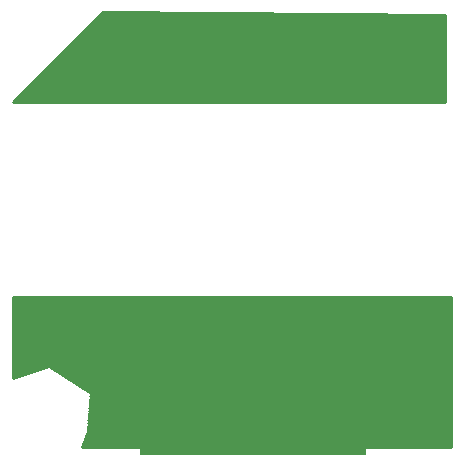
<source format=gbs>
G75*
%MOIN*%
%OFA0B0*%
%FSLAX25Y25*%
%IPPOS*%
%LPD*%
%AMOC8*
5,1,8,0,0,1.08239X$1,22.5*
%
%ADD10C,0.01000*%
%ADD11R,0.75800X0.25800*%
%ADD12C,0.06400*%
D10*
X0059378Y0033933D02*
X0182378Y0033933D01*
X0182378Y0083933D01*
X0036378Y0083933D01*
X0036378Y0056933D01*
X0048378Y0060933D01*
X0062378Y0051933D01*
X0061378Y0038933D01*
X0059378Y0033933D01*
X0059772Y0034917D02*
X0182378Y0034917D01*
X0182378Y0035915D02*
X0060171Y0035915D01*
X0060571Y0036914D02*
X0182378Y0036914D01*
X0182378Y0037912D02*
X0060970Y0037912D01*
X0061370Y0038911D02*
X0182378Y0038911D01*
X0182378Y0039909D02*
X0061454Y0039909D01*
X0061530Y0040908D02*
X0182378Y0040908D01*
X0182378Y0041906D02*
X0061607Y0041906D01*
X0061684Y0042905D02*
X0182378Y0042905D01*
X0182378Y0043903D02*
X0061761Y0043903D01*
X0061838Y0044902D02*
X0182378Y0044902D01*
X0182378Y0045900D02*
X0061914Y0045900D01*
X0061991Y0046899D02*
X0182378Y0046899D01*
X0182378Y0047897D02*
X0062068Y0047897D01*
X0062145Y0048896D02*
X0182378Y0048896D01*
X0182378Y0049894D02*
X0062222Y0049894D01*
X0062298Y0050893D02*
X0182378Y0050893D01*
X0182378Y0051891D02*
X0062375Y0051891D01*
X0060890Y0052890D02*
X0182378Y0052890D01*
X0182378Y0053888D02*
X0059337Y0053888D01*
X0057784Y0054887D02*
X0182378Y0054887D01*
X0182378Y0055885D02*
X0056230Y0055885D01*
X0054677Y0056884D02*
X0182378Y0056884D01*
X0182378Y0057882D02*
X0053124Y0057882D01*
X0051571Y0058881D02*
X0182378Y0058881D01*
X0182378Y0059879D02*
X0050017Y0059879D01*
X0048464Y0060878D02*
X0182378Y0060878D01*
X0182378Y0061877D02*
X0036378Y0061877D01*
X0036378Y0062875D02*
X0182378Y0062875D01*
X0182378Y0063874D02*
X0036378Y0063874D01*
X0036378Y0064872D02*
X0182378Y0064872D01*
X0182378Y0065871D02*
X0036378Y0065871D01*
X0036378Y0066869D02*
X0182378Y0066869D01*
X0182378Y0067868D02*
X0036378Y0067868D01*
X0036378Y0068866D02*
X0182378Y0068866D01*
X0182378Y0069865D02*
X0036378Y0069865D01*
X0036378Y0070863D02*
X0182378Y0070863D01*
X0182378Y0071862D02*
X0036378Y0071862D01*
X0036378Y0072860D02*
X0182378Y0072860D01*
X0182378Y0073859D02*
X0036378Y0073859D01*
X0036378Y0074857D02*
X0182378Y0074857D01*
X0182378Y0075856D02*
X0036378Y0075856D01*
X0036378Y0076854D02*
X0182378Y0076854D01*
X0182378Y0077853D02*
X0036378Y0077853D01*
X0036378Y0078851D02*
X0182378Y0078851D01*
X0182378Y0079850D02*
X0036378Y0079850D01*
X0036378Y0080848D02*
X0182378Y0080848D01*
X0182378Y0081847D02*
X0036378Y0081847D01*
X0036378Y0082845D02*
X0182378Y0082845D01*
X0182378Y0083844D02*
X0036378Y0083844D01*
X0036378Y0060878D02*
X0048213Y0060878D01*
X0045218Y0059879D02*
X0036378Y0059879D01*
X0036378Y0058881D02*
X0042222Y0058881D01*
X0039227Y0057882D02*
X0036378Y0057882D01*
X0036378Y0148933D02*
X0180378Y0148933D01*
X0180378Y0177933D01*
X0066378Y0178933D01*
X0036378Y0148933D01*
X0037191Y0149745D02*
X0180378Y0149745D01*
X0180378Y0150744D02*
X0038189Y0150744D01*
X0039188Y0151743D02*
X0180378Y0151743D01*
X0180378Y0152741D02*
X0040186Y0152741D01*
X0041185Y0153740D02*
X0180378Y0153740D01*
X0180378Y0154738D02*
X0042183Y0154738D01*
X0043182Y0155737D02*
X0180378Y0155737D01*
X0180378Y0156735D02*
X0044180Y0156735D01*
X0045179Y0157734D02*
X0180378Y0157734D01*
X0180378Y0158732D02*
X0046177Y0158732D01*
X0047176Y0159731D02*
X0180378Y0159731D01*
X0180378Y0160729D02*
X0048175Y0160729D01*
X0049173Y0161728D02*
X0180378Y0161728D01*
X0180378Y0162726D02*
X0050172Y0162726D01*
X0051170Y0163725D02*
X0180378Y0163725D01*
X0180378Y0164723D02*
X0052169Y0164723D01*
X0053167Y0165722D02*
X0180378Y0165722D01*
X0180378Y0166720D02*
X0054166Y0166720D01*
X0055164Y0167719D02*
X0180378Y0167719D01*
X0180378Y0168717D02*
X0056163Y0168717D01*
X0057161Y0169716D02*
X0180378Y0169716D01*
X0180378Y0170714D02*
X0058160Y0170714D01*
X0059158Y0171713D02*
X0180378Y0171713D01*
X0180378Y0172711D02*
X0060157Y0172711D01*
X0061155Y0173710D02*
X0180378Y0173710D01*
X0180378Y0174708D02*
X0062154Y0174708D01*
X0063152Y0175707D02*
X0180378Y0175707D01*
X0180378Y0176705D02*
X0064151Y0176705D01*
X0065149Y0177704D02*
X0180378Y0177704D01*
X0092683Y0178702D02*
X0066148Y0178702D01*
D11*
X0114378Y0162933D03*
X0116378Y0043933D03*
D12*
X0135378Y0069933D03*
X0098378Y0152933D03*
M02*

</source>
